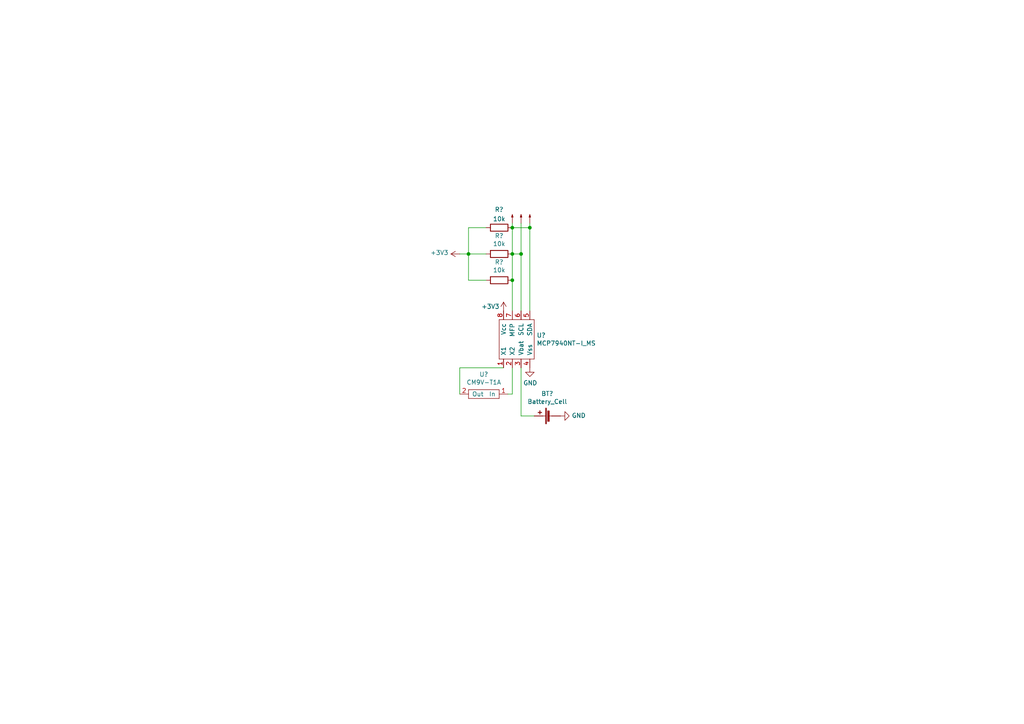
<source format=kicad_sch>
(kicad_sch (version 20211123) (generator eeschema)
  (paper "A4")
  (lib_symbols
    (symbol "Device:Battery_Cell" (pin_numbers hide) (pin_names (offset 0) hide)
      (property "Reference" "BT" (at 2.54 2.54 0))
      (property "Value" "Battery_Cell" (at 2.54 0 0))
      (symbol "Battery_Cell_0_1"
        (rectangle (start -2.286 1.778) (end 2.286 1.524) (fill (type outline)))
        (rectangle (start -1.5748 1.1938) (end 1.4732 0.6858) (fill (type outline)))
        (polyline (pts (xy 0 0.762) (xy 0 0)))
        (polyline (pts (xy 0 1.778) (xy 0 2.54)))
        (polyline (pts (xy 0.508 3.429) (xy 1.524 3.429)) (stroke (width 0.254)))
        (polyline (pts (xy 1.016 3.937) (xy 1.016 2.921)) (stroke (width 0.254)))
      )
      (symbol "Battery_Cell_1_1"
        (pin passive line (at 0 5.08 270) (length 2.54) (name "+") (number "1"))
        (pin passive line (at 0 -2.54 90) (length 2.54) (name "-") (number "2"))
      )
    )
    (symbol "Device:R" (pin_numbers hide) (pin_names (offset 0))
      (property "Reference" "R" (at 2.032 0 90))
      (property "Value" "R" (at 0 0 90))
      (symbol "R_0_1"
        (rectangle (start -1.016 -2.54) (end 1.016 2.54) (stroke (width 0.254)))
      )
      (symbol "R_1_1"
        (pin passive line (at 0 3.81 270) (length 1.27) (name "~") (number "1"))
        (pin passive line (at 0 -3.81 90) (length 1.27) (name "~") (number "2"))
      )
    )
    (symbol "Graphic:SYM_Arrow_Tiny" (pin_names (offset 1.016))
      (symbol "SYM_Arrow_Tiny_0_1"
        (polyline (pts (xy 1.27 0) (xy -1.27 0)))
        (polyline (pts (xy 1.27 0) (xy 0.508 -0.254) (xy 0.508 0.254) (xy 1.27 0)) (fill (type outline)))
      )
    )
    (symbol "power:+3V3" (power) (pin_names (offset 0))
      (property "Value" "+3V3" (at 0 3.556 0))
      (symbol "+3V3_0_1"
        (polyline (pts (xy -0.762 1.27) (xy 0 2.54)))
        (polyline (pts (xy 0 0) (xy 0 2.54)))
        (polyline (pts (xy 0 2.54) (xy 0.762 1.27)))
      )
      (symbol "+3V3_1_1"
        (pin power_in line (at 0 0 90) (length 0) hide (name "+3V3") (number "1"))
      )
    )
    (symbol "power:GND" (power) (pin_names (offset 0))
      (property "Value" "GND" (at 0 -3.81 0))
      (symbol "GND_0_1"
        (polyline (pts (xy 0 0) (xy 0 -1.27) (xy 1.27 -1.27) (xy 0 -2.54) (xy -1.27 -1.27) (xy 0 -1.27)))
      )
      (symbol "GND_1_1"
        (pin power_in line (at 0 0 270) (length 0) hide (name "GND") (number "1"))
      )
    )
    (symbol "qsat-symb:CM9V-T1A" (pin_names (offset 1.016))
      (property "Reference" "O" (at 0 -2.54 0))
      (property "Value" "qsat-symb_CM9V-T1A" (at 0 2.54 0))
      (symbol "CM9V-T1A_0_1"
        (rectangle (start -3.81 -1.27) (end 5.08 -1.27))
        (rectangle (start -3.81 1.27) (end -3.81 -1.27))
        (rectangle (start 5.08 -1.27) (end 5.08 1.27))
        (rectangle (start 5.08 1.27) (end -3.81 1.27))
      )
      (symbol "CM9V-T1A_1_1"
        (pin input line (at 7.62 0 180) (length 2.54) (name "In") (number "1"))
        (pin output line (at -6.35 0 0) (length 2.54) (name "Out") (number "2"))
      )
    )
    (symbol "qsat-symb:MCP7940NT-I_MS" (pin_names (offset 1.016))
      (property "Reference" "U" (at 0 -15.24 0))
      (property "Value" "qsat-symb_MCP7940NT-I_MS" (at 0 13.97 0))
      (symbol "MCP7940NT-I_MS_0_1"
        (rectangle (start -5.08 -6.35) (end 5.08 -6.35))
        (rectangle (start -5.08 5.08) (end -5.08 -6.35))
        (rectangle (start -5.08 5.08) (end 5.08 5.08))
        (rectangle (start 5.08 5.08) (end 5.08 -6.35))
      )
      (symbol "MCP7940NT-I_MS_1_1"
        (pin input line (at -3.81 -8.89 90) (length 2.54) (name "X1") (number "1"))
        (pin output line (at -1.27 -8.89 90) (length 2.54) (name "X2") (number "2"))
        (pin input line (at 1.27 -8.89 90) (length 2.54) (name "Vbat") (number "3"))
        (pin output line (at 3.81 -8.89 90) (length 2.54) (name "Vss") (number "4"))
        (pin output line (at 3.81 7.62 270) (length 2.54) (name "SDA") (number "5"))
        (pin output line (at 1.27 7.62 270) (length 2.54) (name "SCL") (number "6"))
        (pin output line (at -1.27 7.62 270) (length 2.54) (name "MFP") (number "7"))
        (pin input line (at -3.81 7.62 270) (length 2.54) (name "Vcc") (number "8"))
      )
    )
  )
  (junction (at 148.59 81.28))
  (junction (at 153.67 66.04))
  (junction (at 148.59 66.04))
  (junction (at 151.13 73.66))
  (junction (at 148.59 73.66))
  (junction (at 135.89 73.66))
  (wire (pts (xy 148.59 66.04) (xy 148.59 73.66)))
  (wire (pts (xy 148.59 73.66) (xy 151.13 73.66)))
  (wire (pts (xy 153.67 64.77) (xy 153.67 66.04)))
  (wire (pts (xy 135.89 66.04) (xy 140.97 66.04)))
  (wire (pts (xy 148.59 66.04) (xy 153.67 66.04)))
  (wire (pts (xy 135.89 73.66) (xy 140.97 73.66)))
  (wire (pts (xy 148.59 73.66) (xy 148.59 81.28)))
  (wire (pts (xy 135.89 81.28) (xy 140.97 81.28)))
  (wire (pts (xy 151.13 120.65) (xy 154.94 120.65)))
  (wire (pts (xy 148.59 64.77) (xy 148.59 66.04)))
  (wire (pts (xy 153.67 66.04) (xy 153.67 90.17)))
  (wire (pts (xy 146.05 106.68) (xy 133.35 106.68)))
  (wire (pts (xy 148.59 114.3) (xy 148.59 106.68)))
  (wire (pts (xy 133.35 106.68) (xy 133.35 114.3)))
  (wire (pts (xy 135.89 73.66) (xy 135.89 81.28)))
  (wire (pts (xy 151.13 73.66) (xy 151.13 90.17)))
  (wire (pts (xy 148.59 81.28) (xy 148.59 90.17)))
  (wire (pts (xy 133.35 73.66) (xy 135.89 73.66)))
  (wire (pts (xy 151.13 106.68) (xy 151.13 120.65)))
  (wire (pts (xy 135.89 73.66) (xy 135.89 66.04)))
  (wire (pts (xy 147.32 114.3) (xy 148.59 114.3)))
  (wire (pts (xy 151.13 64.77) (xy 151.13 73.66)))
  (symbol (lib_id "qsat-symb:MCP7940NT-I_MS") (at 149.86 97.79 0) (unit 1)
    (property "Reference" "U?" (at 155.6512 97.2566 0) (effects (justify left)))
    (property "Value" "MCP7940NT-I_MS" (at 155.6512 99.568 0) (effects (justify left)))
  )
  (symbol (lib_id "power:+3V3") (at 146.05 90.17 0) (unit 1)
    (property "Reference" "#PWR?" (effects hide))
    (property "Value" "+3V3" (at 142.24 88.9 0))
  )
  (symbol (lib_id "power:GND") (at 153.67 106.68 0) (unit 1)
    (property "Reference" "#PWR?" (effects hide))
    (property "Value" "GND" (at 153.797 111.0742 0))
  )
  (symbol (lib_id "power:+3V3") (at 133.35 73.66 90) (unit 1)
    (property "Reference" "#PWR?" (effects hide))
    (property "Value" "+3V3" (at 130.0988 73.279 90) (effects (justify left)))
  )
  (symbol (lib_id "Device:R") (at 144.78 73.66 270) (unit 1)
    (property "Reference" "R?" (at 144.78 68.4022 90))
    (property "Value" "10k" (at 144.78 70.7136 90))
  )
  (symbol (lib_id "Device:R") (at 144.78 81.28 270) (unit 1)
    (property "Reference" "R?" (at 144.78 76.0222 90))
    (property "Value" "10k" (at 144.78 78.3336 90))
  )
  (symbol (lib_id "Device:R") (at 144.78 66.04 270) (unit 1)
    (property "Reference" "R?" (at 144.78 60.7822 90))
    (property "Value" "10k" (at 144.78 63.5 90))
  )
  (symbol (lib_id "Graphic:SYM_Arrow_Tiny") (at 153.67 63.5 90) (unit 1)
    (property "Reference" "#SYM?" (effects hide))
    (property "Value" "SYM_Arrow_Tiny" (effects hide))
  )
  (symbol (lib_id "Graphic:SYM_Arrow_Tiny") (at 151.13 63.5 90) (unit 1)
    (property "Reference" "#SYM?" (effects hide))
    (property "Value" "SYM_Arrow_Tiny" (effects hide))
  )
  (symbol (lib_id "Graphic:SYM_Arrow_Tiny") (at 148.59 63.5 90) (unit 1)
    (property "Reference" "#SYM?" (effects hide))
    (property "Value" "SYM_Arrow_Tiny" (effects hide))
  )
  (symbol (lib_id "Device:Battery_Cell") (at 160.02 120.65 90) (unit 1)
    (property "Reference" "BT?" (at 158.75 114.173 90))
    (property "Value" "Battery_Cell" (at 158.75 116.4844 90))
  )
  (symbol (lib_id "power:GND") (at 162.56 120.65 90) (unit 1)
    (property "Reference" "#PWR?" (effects hide))
    (property "Value" "GND" (at 165.8112 120.523 90) (effects (justify right)))
  )
  (symbol (lib_id "qsat-symb:CM9V-T1A") (at 139.7 114.3 0) (unit 1)
    (property "Reference" "U?" (at 140.335 108.585 0))
    (property "Value" "CM9V-T1A" (at 140.335 110.8964 0))
  )
)
</source>
